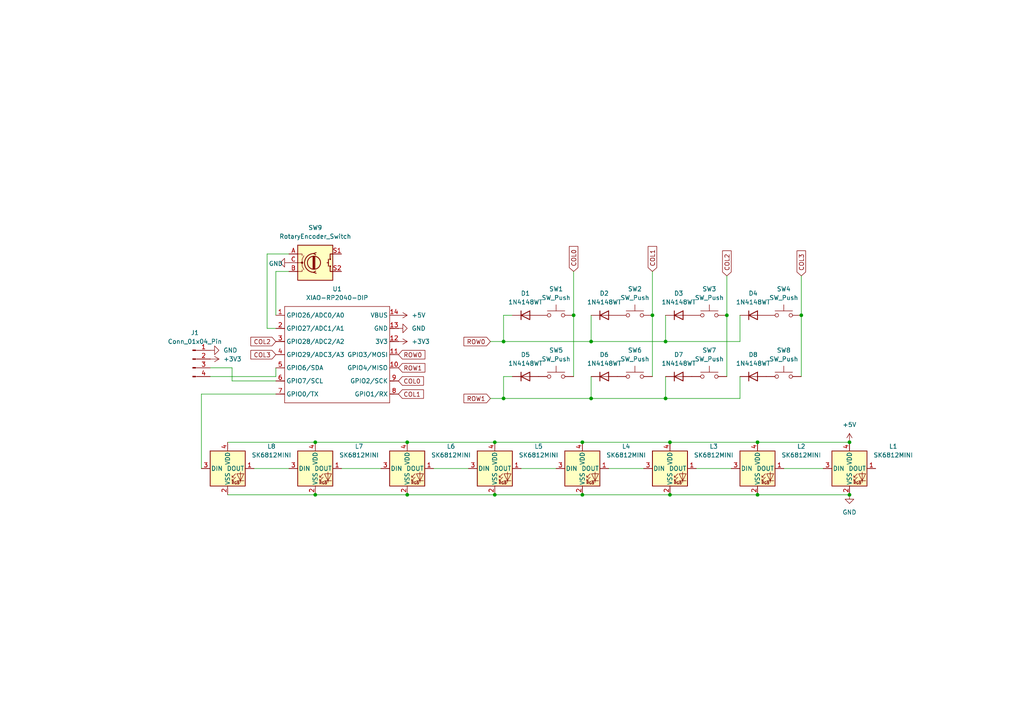
<source format=kicad_sch>
(kicad_sch (version 20250114) (generator "eeschema") (generator_version "9.0")
  (paper "A4")
  (lib_symbols
    (symbol "Connector:Conn_01x04_Pin" (pin_names (offset 1.016) (hide yes))
      (property "Reference" "J" (at 0 5.08 0))
      (property "Value" "Conn_01x04_Pin" (at 0 -7.62 0))
      (symbol "Conn_01x04_Pin_1_1"
        (rectangle (start 0.8636 2.667) (end 0 2.413) (stroke (width 0.1524)) (fill (type outline)))
        (rectangle (start 0.8636 0.127) (end 0 -0.127) (stroke (width 0.1524)) (fill (type outline)))
        (rectangle (start 0.8636 -2.413) (end 0 -2.667) (stroke (width 0.1524)) (fill (type outline)))
        (rectangle (start 0.8636 -4.953) (end 0 -5.207) (stroke (width 0.1524)) (fill (type outline)))
        (polyline (pts (xy 1.27 2.54) (xy 0.8636 2.54)) (stroke (width 0.1524)))
        (polyline (pts (xy 1.27 0) (xy 0.8636 0)) (stroke (width 0.1524)))
        (polyline (pts (xy 1.27 -2.54) (xy 0.8636 -2.54)) (stroke (width 0.1524)))
        (polyline (pts (xy 1.27 -5.08) (xy 0.8636 -5.08)) (stroke (width 0.1524)))
        (pin passive line (at 5.08 2.54 180) (length 3.81) (name "Pin_1") (number "1"))
        (pin passive line (at 5.08 0 180) (length 3.81) (name "Pin_2") (number "2"))
        (pin passive line (at 5.08 -2.54 180) (length 3.81) (name "Pin_3") (number "3"))
        (pin passive line (at 5.08 -5.08 180) (length 3.81) (name "Pin_4") (number "4"))
      )
    )
    (symbol "Device:RotaryEncoder_Switch" (pin_names (offset 0.254) (hide yes))
      (property "Reference" "SW" (at 0 6.604 0))
      (property "Value" "RotaryEncoder_Switch" (at 0 -6.604 0))
      (symbol "RotaryEncoder_Switch_0_1"
        (rectangle (start -5.08 5.08) (end 5.08 -5.08) (stroke (width 0.254)) (fill (type background)))
        (polyline (pts (xy -5.08 2.54) (xy -3.81 2.54) (xy -3.81 2.032)))
        (polyline (pts (xy -5.08 0) (xy -3.81 0) (xy -3.81 -1.016) (xy -3.302 -2.032)))
        (polyline (pts (xy -5.08 -2.54) (xy -3.81 -2.54) (xy -3.81 -2.032)))
        (polyline (pts (xy -4.318 0) (xy -3.81 0) (xy -3.81 1.016) (xy -3.302 2.032)))
        (circle (center -3.81 0) (radius 0.254) (fill (type outline)))
        (polyline (pts (xy -0.635 -1.778) (xy -0.635 1.778)) (stroke (width 0.254)))
        (circle (center -0.381 0) (radius 1.905) (stroke (width 0.254)))
        (polyline (pts (xy -0.381 -1.778) (xy -0.381 1.778)) (stroke (width 0.254)))
        (arc (start -0.381 -2.794) (mid -3.0988 -0.0635) (end -0.381 2.667) (stroke (width 0.254)))
        (polyline (pts (xy -0.127 1.778) (xy -0.127 -1.778)) (stroke (width 0.254)))
        (polyline (pts (xy 0.254 2.921) (xy -0.508 2.667) (xy 0.127 2.286)) (stroke (width 0.254)))
        (polyline (pts (xy 0.254 -3.048) (xy -0.508 -2.794) (xy 0.127 -2.413)) (stroke (width 0.254)))
        (polyline (pts (xy 3.81 1.016) (xy 3.81 -1.016)) (stroke (width 0.254)))
        (polyline (pts (xy 3.81 0) (xy 3.429 0)) (stroke (width 0.254)))
        (circle (center 4.318 1.016) (radius 0.127) (stroke (width 0.254)))
        (circle (center 4.318 -1.016) (radius 0.127) (stroke (width 0.254)))
        (polyline (pts (xy 5.08 2.54) (xy 4.318 2.54) (xy 4.318 1.016)) (stroke (width 0.254)))
        (polyline (pts (xy 5.08 -2.54) (xy 4.318 -2.54) (xy 4.318 -1.016)) (stroke (width 0.254)))
      )
      (symbol "RotaryEncoder_Switch_1_1"
        (pin passive line (at -7.62 2.54 0) (length 2.54) (name "A") (number "A"))
        (pin passive line (at -7.62 0 0) (length 2.54) (name "C") (number "C"))
        (pin passive line (at -7.62 -2.54 0) (length 2.54) (name "B") (number "B"))
        (pin passive line (at 7.62 2.54 180) (length 2.54) (name "S1") (number "S1"))
        (pin passive line (at 7.62 -2.54 180) (length 2.54) (name "S2") (number "S2"))
      )
    )
    (symbol "Diode:1N4148WT" (pin_numbers (hide yes)) (pin_names (hide yes))
      (property "Reference" "D" (at 0 2.54 0))
      (property "Value" "1N4148WT" (at 0 -2.54 0))
      (symbol "1N4148WT_0_1"
        (polyline (pts (xy -1.27 1.27) (xy -1.27 -1.27)) (stroke (width 0.254)))
        (polyline (pts (xy 1.27 1.27) (xy 1.27 -1.27) (xy -1.27 0) (xy 1.27 1.27)) (stroke (width 0.254)))
        (polyline (pts (xy 1.27 0) (xy -1.27 0)))
      )
      (symbol "1N4148WT_1_1"
        (pin passive line (at -3.81 0 0) (length 2.54) (name "K") (number "1"))
        (pin passive line (at 3.81 0 180) (length 2.54) (name "A") (number "2"))
      )
    )
    (symbol "LED:SK6812MINI" (pin_names (offset 0.254))
      (property "Reference" "D" (at 5.08 5.715 0))
      (property "Value" "SK6812MINI" (at 1.27 -5.715 0))
      (symbol "SK6812MINI_0_0"
        (text "RGB" (at 2.286 -4.191 0) (effects (font (size 0.762 0.762))))
      )
      (symbol "SK6812MINI_0_1"
        (polyline (pts (xy 1.27 -2.54) (xy 1.778 -2.54)))
        (polyline (pts (xy 1.27 -3.556) (xy 1.778 -3.556)))
        (polyline (pts (xy 2.286 -1.524) (xy 1.27 -2.54) (xy 1.27 -2.032)))
        (polyline (pts (xy 2.286 -2.54) (xy 1.27 -3.556) (xy 1.27 -3.048)))
        (polyline (pts (xy 3.683 -1.016) (xy 3.683 -3.556) (xy 3.683 -4.064)))
        (polyline (pts (xy 4.699 -1.524) (xy 2.667 -1.524) (xy 3.683 -3.556) (xy 4.699 -1.524)))
        (polyline (pts (xy 4.699 -3.556) (xy 2.667 -3.556)))
        (rectangle (start 5.08 5.08) (end -5.08 -5.08) (stroke (width 0.254)) (fill (type background)))
      )
      (symbol "SK6812MINI_1_1"
        (pin input line (at -7.62 0 0) (length 2.54) (name "DIN") (number "3"))
        (pin power_in line (at 0 7.62 270) (length 2.54) (name "VDD") (number "4"))
        (pin power_in line (at 0 -7.62 90) (length 2.54) (name "VSS") (number "2"))
        (pin output line (at 7.62 0 180) (length 2.54) (name "DOUT") (number "1"))
      )
    )
    (symbol "OPL:XIAO-RP2040-DIP"
      (property "Reference" "U" (at 0 0 0))
      (property "Value" "XIAO-RP2040-DIP" (at 5.334 -1.778 0))
      (symbol "XIAO-RP2040-DIP_1_0"
        (polyline (pts (xy -1.27 -2.54) (xy 29.21 -2.54)) (stroke (width 0.1524)))
        (polyline (pts (xy -1.27 -5.08) (xy -2.54 -5.08)) (stroke (width 0.1524)))
        (polyline (pts (xy -1.27 -5.08) (xy -1.27 -2.54)) (stroke (width 0.1524)))
        (polyline (pts (xy -1.27 -8.89) (xy -2.54 -8.89)) (stroke (width 0.1524)))
        (polyline (pts (xy -1.27 -8.89) (xy -1.27 -5.08)) (stroke (width 0.1524)))
        (polyline (pts (xy -1.27 -12.7) (xy -2.54 -12.7)) (stroke (width 0.1524)))
        (polyline (pts (xy -1.27 -12.7) (xy -1.27 -8.89)) (stroke (width 0.1524)))
        (polyline (pts (xy -1.27 -16.51) (xy -2.54 -16.51)) (stroke (width 0.1524)))
        (polyline (pts (xy -1.27 -16.51) (xy -1.27 -12.7)) (stroke (width 0.1524)))
        (polyline (pts (xy -1.27 -20.32) (xy -2.54 -20.32)) (stroke (width 0.1524)))
        (polyline (pts (xy -1.27 -24.13) (xy -2.54 -24.13)) (stroke (width 0.1524)))
        (polyline (pts (xy -1.27 -27.94) (xy -2.54 -27.94)) (stroke (width 0.1524)))
        (polyline (pts (xy -1.27 -30.48) (xy -1.27 -16.51)) (stroke (width 0.1524)))
        (polyline (pts (xy 29.21 -2.54) (xy 29.21 -5.08)) (stroke (width 0.1524)))
        (polyline (pts (xy 29.21 -5.08) (xy 29.21 -8.89)) (stroke (width 0.1524)))
        (polyline (pts (xy 29.21 -8.89) (xy 29.21 -12.7)) (stroke (width 0.1524)))
        (polyline (pts (xy 29.21 -12.7) (xy 29.21 -30.48)) (stroke (width 0.1524)))
        (polyline (pts (xy 29.21 -30.48) (xy -1.27 -30.48)) (stroke (width 0.1524)))
        (polyline (pts (xy 30.48 -5.08) (xy 29.21 -5.08)) (stroke (width 0.1524)))
        (polyline (pts (xy 30.48 -8.89) (xy 29.21 -8.89)) (stroke (width 0.1524)))
        (polyline (pts (xy 30.48 -12.7) (xy 29.21 -12.7)) (stroke (width 0.1524)))
        (polyline (pts (xy 30.48 -16.51) (xy 29.21 -16.51)) (stroke (width 0.1524)))
        (polyline (pts (xy 30.48 -20.32) (xy 29.21 -20.32)) (stroke (width 0.1524)))
        (polyline (pts (xy 30.48 -24.13) (xy 29.21 -24.13)) (stroke (width 0.1524)))
        (polyline (pts (xy 30.48 -27.94) (xy 29.21 -27.94)) (stroke (width 0.1524)))
        (pin passive line (at -3.81 -5.08 0) (length 2.54) (name "GPIO26/ADC0/A0") (number "1"))
        (pin passive line (at -3.81 -8.89 0) (length 2.54) (name "GPIO27/ADC1/A1") (number "2"))
        (pin passive line (at -3.81 -12.7 0) (length 2.54) (name "GPIO28/ADC2/A2") (number "3"))
        (pin passive line (at -3.81 -16.51 0) (length 2.54) (name "GPIO29/ADC3/A3") (number "4"))
        (pin passive line (at -3.81 -20.32 0) (length 2.54) (name "GPIO6/SDA") (number "5"))
        (pin passive line (at -3.81 -24.13 0) (length 2.54) (name "GPIO7/SCL") (number "6"))
        (pin passive line (at -3.81 -27.94 0) (length 2.54) (name "GPIO0/TX") (number "7"))
        (pin passive line (at 31.75 -5.08 180) (length 2.54) (name "VBUS") (number "14"))
        (pin passive line (at 31.75 -8.89 180) (length 2.54) (name "GND") (number "13"))
        (pin passive line (at 31.75 -12.7 180) (length 2.54) (name "3V3") (number "12"))
        (pin passive line (at 31.75 -16.51 180) (length 2.54) (name "GPIO3/MOSI") (number "11"))
        (pin passive line (at 31.75 -20.32 180) (length 2.54) (name "GPIO4/MISO") (number "10"))
        (pin passive line (at 31.75 -24.13 180) (length 2.54) (name "GPIO2/SCK") (number "9"))
        (pin passive line (at 31.75 -27.94 180) (length 2.54) (name "GPIO1/RX") (number "8"))
      )
    )
    (symbol "Switch:SW_Push" (pin_numbers (hide yes)) (pin_names (offset 1.016) (hide yes))
      (property "Reference" "SW" (at 1.27 2.54 0))
      (property "Value" "SW_Push" (at 0 -1.524 0))
      (symbol "SW_Push_0_1"
        (circle (center -2.032 0) (radius 0.508))
        (polyline (pts (xy 0 1.27) (xy 0 3.048)))
        (circle (center 2.032 0) (radius 0.508))
        (polyline (pts (xy 2.54 1.27) (xy -2.54 1.27)))
        (pin passive line (at -5.08 0 0) (length 2.54) (name "1") (number "1"))
        (pin passive line (at 5.08 0 180) (length 2.54) (name "2") (number "2"))
      )
    )
    (symbol "power:+3V3" (power) (pin_numbers (hide yes)) (pin_names (offset 0) (hide yes))
      (property "Value" "+3V3" (at 0 3.556 0))
      (symbol "+3V3_0_1"
        (polyline (pts (xy -0.762 1.27) (xy 0 2.54)))
        (polyline (pts (xy 0 2.54) (xy 0.762 1.27)))
        (polyline (pts (xy 0 0) (xy 0 2.54)))
      )
      (symbol "+3V3_1_1"
        (pin power_in line (at 0 0 90) (length 0) (name "~") (number "1"))
      )
    )
    (symbol "power:+5V" (power) (pin_numbers (hide yes)) (pin_names (offset 0) (hide yes))
      (property "Value" "+5V" (at 0 3.556 0))
      (symbol "+5V_0_1"
        (polyline (pts (xy -0.762 1.27) (xy 0 2.54)))
        (polyline (pts (xy 0 2.54) (xy 0.762 1.27)))
        (polyline (pts (xy 0 0) (xy 0 2.54)))
      )
      (symbol "+5V_1_1"
        (pin power_in line (at 0 0 90) (length 0) (name "~") (number "1"))
      )
    )
    (symbol "power:GND" (power) (pin_numbers (hide yes)) (pin_names (offset 0) (hide yes))
      (property "Value" "GND" (at 0 -3.81 0))
      (symbol "GND_0_1"
        (polyline (pts (xy 0 0) (xy 0 -1.27) (xy 1.27 -1.27) (xy 0 -2.54) (xy -1.27 -1.27) (xy 0 -1.27)))
      )
      (symbol "GND_1_1"
        (pin power_in line (at 0 0 270) (length 0) (name "~") (number "1"))
      )
    )
  )
  (junction (at 171.45 99.06))
  (junction (at 232.41 91.44))
  (junction (at 168.91 128.27))
  (junction (at 210.82 91.44))
  (junction (at 246.38 143.51))
  (junction (at 219.71 143.51))
  (junction (at 143.51 128.27))
  (junction (at 246.38 128.27))
  (junction (at 166.37 91.44))
  (junction (at 91.44 128.27))
  (junction (at 146.05 115.57))
  (junction (at 194.31 128.27))
  (junction (at 118.11 143.51))
  (junction (at 219.71 128.27))
  (junction (at 143.51 143.51))
  (junction (at 193.04 115.57))
  (junction (at 193.04 99.06))
  (junction (at 194.31 143.51))
  (junction (at 91.44 143.51))
  (junction (at 189.23 91.44))
  (junction (at 118.11 128.27))
  (junction (at 168.91 143.51))
  (junction (at 171.45 115.57))
  (junction (at 146.05 99.06))
  (wire (pts (xy 193.04 91.44) (xy 193.04 99.06)))
  (wire (pts (xy 77.47 95.25) (xy 80.01 95.25)))
  (wire (pts (xy 142.24 99.06) (xy 146.05 99.06)))
  (wire (pts (xy 91.44 128.27) (xy 118.11 128.27)))
  (wire (pts (xy 142.24 115.57) (xy 146.05 115.57)))
  (wire (pts (xy 227.33 135.89) (xy 238.76 135.89)))
  (wire (pts (xy 219.71 143.51) (xy 246.38 143.51)))
  (wire (pts (xy 66.04 143.51) (xy 91.44 143.51)))
  (wire (pts (xy 80.01 78.74) (xy 80.01 91.44)))
  (wire (pts (xy 77.47 73.66) (xy 77.47 95.25)))
  (wire (pts (xy 66.04 128.27) (xy 91.44 128.27)))
  (wire (pts (xy 171.45 91.44) (xy 171.45 99.06)))
  (wire (pts (xy 189.23 78.74) (xy 189.23 91.44)))
  (wire (pts (xy 60.96 109.22) (xy 80.01 109.22)))
  (wire (pts (xy 143.51 128.27) (xy 168.91 128.27)))
  (wire (pts (xy 83.82 78.74) (xy 80.01 78.74)))
  (wire (pts (xy 171.45 109.22) (xy 171.45 115.57)))
  (wire (pts (xy 168.91 143.51) (xy 194.31 143.51)))
  (wire (pts (xy 219.71 128.27) (xy 246.38 128.27)))
  (wire (pts (xy 176.53 135.89) (xy 186.69 135.89)))
  (wire (pts (xy 166.37 91.44) (xy 166.37 109.22)))
  (wire (pts (xy 201.93 135.89) (xy 212.09 135.89)))
  (wire (pts (xy 148.59 91.44) (xy 146.05 91.44)))
  (wire (pts (xy 232.41 80.01) (xy 232.41 91.44)))
  (wire (pts (xy 125.73 135.89) (xy 135.89 135.89)))
  (wire (pts (xy 73.66 135.89) (xy 83.82 135.89)))
  (wire (pts (xy 171.45 99.06) (xy 193.04 99.06)))
  (wire (pts (xy 166.37 78.74) (xy 166.37 91.44)))
  (wire (pts (xy 168.91 128.27) (xy 194.31 128.27)))
  (wire (pts (xy 67.31 110.49) (xy 67.31 106.68)))
  (wire (pts (xy 91.44 143.51) (xy 118.11 143.51)))
  (wire (pts (xy 214.63 99.06) (xy 214.63 91.44)))
  (wire (pts (xy 143.51 143.51) (xy 168.91 143.51)))
  (wire (pts (xy 58.42 114.3) (xy 80.01 114.3)))
  (wire (pts (xy 214.63 115.57) (xy 214.63 109.22)))
  (wire (pts (xy 99.06 135.89) (xy 110.49 135.89)))
  (wire (pts (xy 67.31 106.68) (xy 60.96 106.68)))
  (wire (pts (xy 148.59 109.22) (xy 146.05 109.22)))
  (wire (pts (xy 80.01 109.22) (xy 80.01 106.68)))
  (wire (pts (xy 146.05 99.06) (xy 171.45 99.06)))
  (wire (pts (xy 210.82 91.44) (xy 210.82 109.22)))
  (wire (pts (xy 171.45 115.57) (xy 193.04 115.57)))
  (wire (pts (xy 146.05 115.57) (xy 171.45 115.57)))
  (wire (pts (xy 146.05 91.44) (xy 146.05 99.06)))
  (wire (pts (xy 193.04 99.06) (xy 214.63 99.06)))
  (wire (pts (xy 118.11 143.51) (xy 143.51 143.51)))
  (wire (pts (xy 58.42 135.89) (xy 58.42 114.3)))
  (wire (pts (xy 210.82 80.01) (xy 210.82 91.44)))
  (wire (pts (xy 194.31 143.51) (xy 219.71 143.51)))
  (wire (pts (xy 232.41 91.44) (xy 232.41 109.22)))
  (wire (pts (xy 193.04 115.57) (xy 214.63 115.57)))
  (wire (pts (xy 118.11 128.27) (xy 143.51 128.27)))
  (wire (pts (xy 146.05 109.22) (xy 146.05 115.57)))
  (wire (pts (xy 80.01 110.49) (xy 67.31 110.49)))
  (wire (pts (xy 151.13 135.89) (xy 161.29 135.89)))
  (wire (pts (xy 194.31 128.27) (xy 219.71 128.27)))
  (wire (pts (xy 83.82 73.66) (xy 77.47 73.66)))
  (wire (pts (xy 193.04 109.22) (xy 193.04 115.57)))
  (wire (pts (xy 189.23 91.44) (xy 189.23 109.22)))
  (global_label "COL3" (shape input) (at 80.01 102.87 180) (property "Intersheetrefs" "${INTERSHEET_REFS}" (effects (hide yes))))
  (global_label "ROW1" (shape input) (at 142.24 115.57 180) (property "Intersheetrefs" "${INTERSHEET_REFS}" (effects (hide yes))))
  (global_label "COL2" (shape input) (at 80.01 99.06 180) (property "Intersheetrefs" "${INTERSHEET_REFS}" (effects (hide yes))))
  (global_label "ROW0" (shape input) (at 115.57 102.87 0) (property "Intersheetrefs" "${INTERSHEET_REFS}" (effects (hide yes))))
  (global_label "COL0" (shape input) (at 166.37 78.74 90) (property "Intersheetrefs" "${INTERSHEET_REFS}" (effects (hide yes))))
  (global_label "COL1" (shape input) (at 189.23 78.74 90) (property "Intersheetrefs" "${INTERSHEET_REFS}" (effects (hide yes))))
  (global_label "COL0" (shape input) (at 115.57 110.49 0) (property "Intersheetrefs" "${INTERSHEET_REFS}" (effects (hide yes))))
  (global_label "COL1" (shape input) (at 115.57 114.3 0) (property "Intersheetrefs" "${INTERSHEET_REFS}" (effects (hide yes))))
  (global_label "COL2" (shape input) (at 210.82 80.01 90) (property "Intersheetrefs" "${INTERSHEET_REFS}" (effects (hide yes))))
  (global_label "COL3" (shape input) (at 232.41 80.01 90) (property "Intersheetrefs" "${INTERSHEET_REFS}" (effects (hide yes))))
  (global_label "ROW1" (shape input) (at 115.57 106.68 0) (property "Intersheetrefs" "${INTERSHEET_REFS}" (effects (hide yes))))
  (global_label "ROW0" (shape input) (at 142.24 99.06 180) (property "Intersheetrefs" "${INTERSHEET_REFS}" (effects (hide yes))))
  (symbol (lib_id "LED:SK6812MINI") (at 219.71 135.89 0) (unit 1)
    (property "Reference" "L2" (at 232.41 129.4698 0))
    (property "Value" "SK6812MINI" (at 232.41 132.0098 0))
    (property "Footprint" "CarePackage:SK6812MINI-E_fixed" (effects (hide yes)))
    (property "Datasheet" "https://cdn-shop.adafruit.com/product-files/2686/SK6812MINI_REV.01-1-2.pdf" (effects (hide yes)))
    (property "Description" "RGB LED with integrated controller" (effects (hide yes)))
  )
  (symbol (lib_id "Device:RotaryEncoder_Switch") (at 91.44 76.2 0) (unit 1)
    (property "Reference" "SW9" (at 91.44 66.04 0))
    (property "Value" "RotaryEncoder_Switch" (at 91.44 68.58 0))
    (property "Footprint" "Rotary_Encoder:RotaryEncoder_Alps_EC11E-Switch_Vertical_H20mm" (effects (hide yes)))
    (property "Description" "Rotary encoder, dual channel, incremental quadrate outputs, with switch" (effects (hide yes)))
  )
  (symbol (lib_id "Switch:SW_Push") (at 227.33 91.44 0) (unit 1)
    (property "Reference" "SW4" (at 227.33 83.82 0))
    (property "Value" "SW_Push" (at 227.33 86.36 0))
    (property "Footprint" "Button_Switch_Keyboard:SW_Cherry_MX_1.00u_PCB" (effects (hide yes)))
    (property "Description" "Push button switch, generic, two pins" (effects (hide yes)))
  )
  (symbol (lib_id "Switch:SW_Push") (at 227.33 109.22 0) (unit 1)
    (property "Reference" "SW8" (at 227.33 101.6 0))
    (property "Value" "SW_Push" (at 227.33 104.14 0))
    (property "Footprint" "Button_Switch_Keyboard:SW_Cherry_MX_1.00u_PCB" (effects (hide yes)))
    (property "Description" "Push button switch, generic, two pins" (effects (hide yes)))
  )
  (symbol (lib_id "Switch:SW_Push") (at 184.15 109.22 0) (unit 1)
    (property "Reference" "SW6" (at 184.15 101.6 0))
    (property "Value" "SW_Push" (at 184.15 104.14 0))
    (property "Footprint" "Button_Switch_Keyboard:SW_Cherry_MX_1.00u_PCB" (effects (hide yes)))
    (property "Description" "Push button switch, generic, two pins" (effects (hide yes)))
  )
  (symbol (lib_id "OPL:XIAO-RP2040-DIP") (at 83.82 86.36 0) (unit 1)
    (property "Reference" "U1" (at 97.79 83.82 0))
    (property "Value" "XIAO-RP2040-DIP" (at 97.79 86.36 0))
    (property "Footprint" "OPL:XIAO-RP2040-DIP" (effects (hide yes)))
  )
  (symbol (lib_id "Switch:SW_Push") (at 184.15 91.44 0) (unit 1)
    (property "Reference" "SW2" (at 184.15 83.82 0))
    (property "Value" "SW_Push" (at 184.15 86.36 0))
    (property "Footprint" "Button_Switch_Keyboard:SW_Cherry_MX_1.00u_PCB" (effects (hide yes)))
    (property "Description" "Push button switch, generic, two pins" (effects (hide yes)))
  )
  (symbol (lib_id "LED:SK6812MINI") (at 246.38 135.89 0) (unit 1)
    (property "Reference" "L1" (at 259.08 129.4698 0))
    (property "Value" "SK6812MINI" (at 259.08 132.0098 0))
    (property "Footprint" "CarePackage:SK6812MINI-E_fixed" (effects (hide yes)))
    (property "Datasheet" "https://cdn-shop.adafruit.com/product-files/2686/SK6812MINI_REV.01-1-2.pdf" (effects (hide yes)))
    (property "Description" "RGB LED with integrated controller" (effects (hide yes)))
  )
  (symbol (lib_id "power:+5V") (at 246.38 128.27 0) (unit 1)
    (property "Reference" "#PWR01" (effects (hide yes)))
    (property "Value" "+5V" (at 246.38 123.19 0))
    (property "Description" "Power symbol creates a global label with name \"+5V\"" (effects (hide yes)))
  )
  (symbol (lib_id "LED:SK6812MINI") (at 66.04 135.89 0) (unit 1)
    (property "Reference" "L8" (at 78.74 129.4698 0))
    (property "Value" "SK6812MINI" (at 78.74 132.0098 0))
    (property "Footprint" "CarePackage:SK6812MINI-E_fixed" (effects (hide yes)))
    (property "Datasheet" "https://cdn-shop.adafruit.com/product-files/2686/SK6812MINI_REV.01-1-2.pdf" (effects (hide yes)))
    (property "Description" "RGB LED with integrated controller" (effects (hide yes)))
  )
  (symbol (lib_id "power:GND") (at 83.82 76.2 270) (unit 1)
    (property "Reference" "#PWR08" (effects (hide yes)))
    (property "Value" "GND" (at 82.042 76.454 90) (effects (justify right)))
    (property "Description" "Power symbol creates a global label with name \"GND\" , ground" (effects (hide yes)))
  )
  (symbol (lib_id "Diode:1N4148WT") (at 218.44 109.22 0) (unit 1)
    (property "Reference" "D8" (at 218.44 102.87 0))
    (property "Value" "1N4148WT" (at 218.44 105.41 0))
    (property "Footprint" "Diode_THT:D_DO-35_SOD27_P7.62mm_Horizontal" (effects (hide yes)))
    (property "Datasheet" "https://www.diodes.com/assets/Datasheets/ds30396.pdf" (effects (hide yes)))
    (property "Description" "75V 0.15A Fast switching Diode, SOD-523" (effects (hide yes)))
    (property "Sim.Device" "D" (effects (hide yes)))
    (property "Sim.Pins" "1=K 2=A" (effects (hide yes)))
  )
  (symbol (lib_id "LED:SK6812MINI") (at 118.11 135.89 0) (unit 1)
    (property "Reference" "L6" (at 130.81 129.4698 0))
    (property "Value" "SK6812MINI" (at 130.81 132.0098 0))
    (property "Footprint" "CarePackage:SK6812MINI-E_fixed" (effects (hide yes)))
    (property "Datasheet" "https://cdn-shop.adafruit.com/product-files/2686/SK6812MINI_REV.01-1-2.pdf" (effects (hide yes)))
    (property "Description" "RGB LED with integrated controller" (effects (hide yes)))
  )
  (symbol (lib_id "power:+3V3") (at 60.96 104.14 270) (unit 1)
    (property "Reference" "#PWR07" (effects (hide yes)))
    (property "Value" "+3V3" (at 64.77 104.1399 90) (effects (justify left)))
    (property "Description" "Power symbol creates a global label with name \"+3V3\"" (effects (hide yes)))
  )
  (symbol (lib_id "Switch:SW_Push") (at 205.74 91.44 0) (unit 1)
    (property "Reference" "SW3" (at 205.74 83.82 0))
    (property "Value" "SW_Push" (at 205.74 86.36 0))
    (property "Footprint" "Button_Switch_Keyboard:SW_Cherry_MX_1.00u_PCB" (effects (hide yes)))
    (property "Description" "Push button switch, generic, two pins" (effects (hide yes)))
  )
  (symbol (lib_id "Connector:Conn_01x04_Pin") (at 55.88 104.14 0) (unit 1)
    (property "Reference" "J1" (at 56.515 96.52 0))
    (property "Value" "Conn_01x04_Pin" (at 56.515 99.06 0))
    (property "Footprint" "OLED:SSD1306-0.91-OLED-4pin-128x32" (effects (hide yes)))
    (property "Description" "Generic connector, single row, 01x04, script generated" (effects (hide yes)))
  )
  (symbol (lib_id "Diode:1N4148WT") (at 152.4 91.44 0) (unit 1)
    (property "Reference" "D1" (at 152.4 85.09 0))
    (property "Value" "1N4148WT" (at 152.4 87.63 0))
    (property "Footprint" "Diode_THT:D_DO-35_SOD27_P7.62mm_Horizontal" (effects (hide yes)))
    (property "Datasheet" "https://www.diodes.com/assets/Datasheets/ds30396.pdf" (effects (hide yes)))
    (property "Description" "75V 0.15A Fast switching Diode, SOD-523" (effects (hide yes)))
    (property "Sim.Device" "D" (effects (hide yes)))
    (property "Sim.Pins" "1=K 2=A" (effects (hide yes)))
  )
  (symbol (lib_id "LED:SK6812MINI") (at 91.44 135.89 0) (unit 1)
    (property "Reference" "L7" (at 104.14 129.4698 0))
    (property "Value" "SK6812MINI" (at 104.14 132.0098 0))
    (property "Footprint" "CarePackage:SK6812MINI-E_fixed" (effects (hide yes)))
    (property "Datasheet" "https://cdn-shop.adafruit.com/product-files/2686/SK6812MINI_REV.01-1-2.pdf" (effects (hide yes)))
    (property "Description" "RGB LED with integrated controller" (effects (hide yes)))
  )
  (symbol (lib_id "Diode:1N4148WT") (at 175.26 91.44 0) (unit 1)
    (property "Reference" "D2" (at 175.26 85.09 0))
    (property "Value" "1N4148WT" (at 175.26 87.63 0))
    (property "Footprint" "Diode_THT:D_DO-35_SOD27_P7.62mm_Horizontal" (effects (hide yes)))
    (property "Datasheet" "https://www.diodes.com/assets/Datasheets/ds30396.pdf" (effects (hide yes)))
    (property "Description" "75V 0.15A Fast switching Diode, SOD-523" (effects (hide yes)))
    (property "Sim.Device" "D" (effects (hide yes)))
    (property "Sim.Pins" "1=K 2=A" (effects (hide yes)))
  )
  (symbol (lib_id "Diode:1N4148WT") (at 196.85 109.22 0) (unit 1)
    (property "Reference" "D7" (at 196.85 102.87 0))
    (property "Value" "1N4148WT" (at 196.85 105.41 0))
    (property "Footprint" "Diode_THT:D_DO-35_SOD27_P7.62mm_Horizontal" (effects (hide yes)))
    (property "Datasheet" "https://www.diodes.com/assets/Datasheets/ds30396.pdf" (effects (hide yes)))
    (property "Description" "75V 0.15A Fast switching Diode, SOD-523" (effects (hide yes)))
    (property "Sim.Device" "D" (effects (hide yes)))
    (property "Sim.Pins" "1=K 2=A" (effects (hide yes)))
  )
  (symbol (lib_id "LED:SK6812MINI") (at 143.51 135.89 0) (unit 1)
    (property "Reference" "L5" (at 156.21 129.4698 0))
    (property "Value" "SK6812MINI" (at 156.21 132.0098 0))
    (property "Footprint" "CarePackage:SK6812MINI-E_fixed" (effects (hide yes)))
    (property "Datasheet" "https://cdn-shop.adafruit.com/product-files/2686/SK6812MINI_REV.01-1-2.pdf" (effects (hide yes)))
    (property "Description" "RGB LED with integrated controller" (effects (hide yes)))
  )
  (symbol (lib_id "LED:SK6812MINI") (at 194.31 135.89 0) (unit 1)
    (property "Reference" "L3" (at 207.01 129.4698 0))
    (property "Value" "SK6812MINI" (at 207.01 132.0098 0))
    (property "Footprint" "CarePackage:SK6812MINI-E_fixed" (effects (hide yes)))
    (property "Datasheet" "https://cdn-shop.adafruit.com/product-files/2686/SK6812MINI_REV.01-1-2.pdf" (effects (hide yes)))
    (property "Description" "RGB LED with integrated controller" (effects (hide yes)))
  )
  (symbol (lib_id "LED:SK6812MINI") (at 168.91 135.89 0) (unit 1)
    (property "Reference" "L4" (at 181.61 129.4698 0))
    (property "Value" "SK6812MINI" (at 181.61 132.0098 0))
    (property "Footprint" "CarePackage:SK6812MINI-E_fixed" (effects (hide yes)))
    (property "Datasheet" "https://cdn-shop.adafruit.com/product-files/2686/SK6812MINI_REV.01-1-2.pdf" (effects (hide yes)))
    (property "Description" "RGB LED with integrated controller" (effects (hide yes)))
  )
  (symbol (lib_id "Diode:1N4148WT") (at 218.44 91.44 0) (unit 1)
    (property "Reference" "D4" (at 218.44 85.09 0))
    (property "Value" "1N4148WT" (at 218.44 87.63 0))
    (property "Footprint" "Diode_THT:D_DO-35_SOD27_P7.62mm_Horizontal" (effects (hide yes)))
    (property "Datasheet" "https://www.diodes.com/assets/Datasheets/ds30396.pdf" (effects (hide yes)))
    (property "Description" "75V 0.15A Fast switching Diode, SOD-523" (effects (hide yes)))
    (property "Sim.Device" "D" (effects (hide yes)))
    (property "Sim.Pins" "1=K 2=A" (effects (hide yes)))
  )
  (symbol (lib_id "Diode:1N4148WT") (at 175.26 109.22 0) (unit 1)
    (property "Reference" "D6" (at 175.26 102.87 0))
    (property "Value" "1N4148WT" (at 175.26 105.41 0))
    (property "Footprint" "Diode_THT:D_DO-35_SOD27_P7.62mm_Horizontal" (effects (hide yes)))
    (property "Datasheet" "https://www.diodes.com/assets/Datasheets/ds30396.pdf" (effects (hide yes)))
    (property "Description" "75V 0.15A Fast switching Diode, SOD-523" (effects (hide yes)))
    (property "Sim.Device" "D" (effects (hide yes)))
    (property "Sim.Pins" "1=K 2=A" (effects (hide yes)))
  )
  (symbol (lib_id "power:GND") (at 60.96 101.6 90) (unit 1)
    (property "Reference" "#PWR06" (effects (hide yes)))
    (property "Value" "GND" (at 64.77 101.5999 90) (effects (justify right)))
    (property "Description" "Power symbol creates a global label with name \"GND\" , ground" (effects (hide yes)))
  )
  (symbol (lib_id "Switch:SW_Push") (at 161.29 91.44 0) (unit 1)
    (property "Reference" "SW1" (at 161.29 83.82 0))
    (property "Value" "SW_Push" (at 161.29 86.36 0))
    (property "Footprint" "Button_Switch_Keyboard:SW_Cherry_MX_1.00u_PCB" (effects (hide yes)))
    (property "Description" "Push button switch, generic, two pins" (effects (hide yes)))
  )
  (symbol (lib_id "power:GND") (at 115.57 95.25 90) (unit 1)
    (property "Reference" "#PWR05" (effects (hide yes)))
    (property "Value" "GND" (at 119.38 95.2499 90) (effects (justify right)))
    (property "Description" "Power symbol creates a global label with name \"GND\" , ground" (effects (hide yes)))
  )
  (symbol (lib_id "Switch:SW_Push") (at 161.29 109.22 0) (unit 1)
    (property "Reference" "SW5" (at 161.29 101.6 0))
    (property "Value" "SW_Push" (at 161.29 104.14 0))
    (property "Footprint" "Button_Switch_Keyboard:SW_Cherry_MX_1.00u_PCB" (effects (hide yes)))
    (property "Description" "Push button switch, generic, two pins" (effects (hide yes)))
  )
  (symbol (lib_id "power:+3V3") (at 115.57 99.06 270) (unit 1)
    (property "Reference" "#PWR03" (effects (hide yes)))
    (property "Value" "+3V3" (at 119.38 99.0599 90) (effects (justify left)))
    (property "Description" "Power symbol creates a global label with name \"+3V3\"" (effects (hide yes)))
  )
  (symbol (lib_id "power:GND") (at 246.38 143.51 0) (unit 1)
    (property "Reference" "#PWR02" (effects (hide yes)))
    (property "Value" "GND" (at 246.38 148.59 0))
    (property "Description" "Power symbol creates a global label with name \"GND\" , ground" (effects (hide yes)))
  )
  (symbol (lib_id "Diode:1N4148WT") (at 196.85 91.44 0) (unit 1)
    (property "Reference" "D3" (at 196.85 85.09 0))
    (property "Value" "1N4148WT" (at 196.85 87.63 0))
    (property "Footprint" "Diode_THT:D_DO-35_SOD27_P7.62mm_Horizontal" (effects (hide yes)))
    (property "Datasheet" "https://www.diodes.com/assets/Datasheets/ds30396.pdf" (effects (hide yes)))
    (property "Description" "75V 0.15A Fast switching Diode, SOD-523" (effects (hide yes)))
    (property "Sim.Device" "D" (effects (hide yes)))
    (property "Sim.Pins" "1=K 2=A" (effects (hide yes)))
  )
  (symbol (lib_id "Switch:SW_Push") (at 205.74 109.22 0) (unit 1)
    (property "Reference" "SW7" (at 205.74 101.6 0))
    (property "Value" "SW_Push" (at 205.74 104.14 0))
    (property "Footprint" "Button_Switch_Keyboard:SW_Cherry_MX_1.00u_PCB" (effects (hide yes)))
    (property "Description" "Push button switch, generic, two pins" (effects (hide yes)))
  )
  (symbol (lib_id "Diode:1N4148WT") (at 152.4 109.22 0) (unit 1)
    (property "Reference" "D5" (at 152.4 102.87 0))
    (property "Value" "1N4148WT" (at 152.4 105.41 0))
    (property "Footprint" "Diode_THT:D_DO-35_SOD27_P7.62mm_Horizontal" (effects (hide yes)))
    (property "Datasheet" "https://www.diodes.com/assets/Datasheets/ds30396.pdf" (effects (hide yes)))
    (property "Description" "75V 0.15A Fast switching Diode, SOD-523" (effects (hide yes)))
    (property "Sim.Device" "D" (effects (hide yes)))
    (property "Sim.Pins" "1=K 2=A" (effects (hide yes)))
  )
  (symbol (lib_id "power:+5V") (at 115.57 91.44 270) (unit 1)
    (property "Reference" "#PWR04" (effects (hide yes)))
    (property "Value" "+5V" (at 119.38 91.4399 90) (effects (justify left)))
    (property "Description" "Power symbol creates a global label with name \"+5V\"" (effects (hide yes)))
  )
)
</source>
